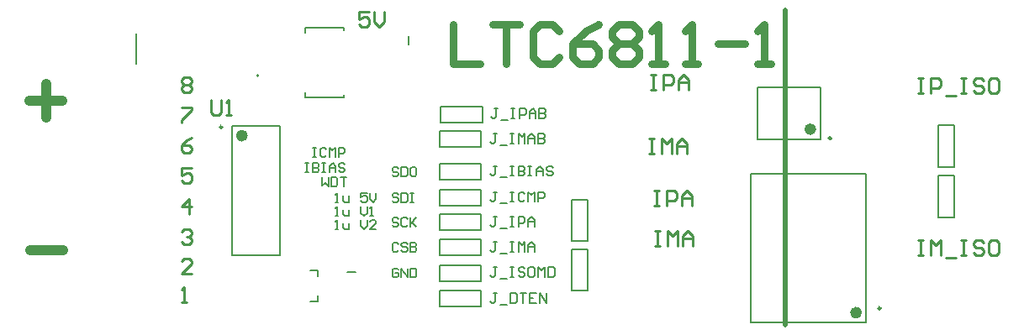
<source format=gto>
G04*
G04 #@! TF.GenerationSoftware,Altium Limited,Altium Designer,19.0.14 (431)*
G04*
G04 Layer_Color=65535*
%FSLAX25Y25*%
%MOIN*%
G70*
G01*
G75*
%ADD10C,0.00984*%
%ADD11C,0.02362*%
%ADD12C,0.00787*%
%ADD13C,0.01968*%
%ADD14C,0.00591*%
%ADD15C,0.00600*%
%ADD16C,0.03150*%
%ADD17C,0.03937*%
%ADD18C,0.01000*%
D10*
X122933Y119390D02*
G03*
X122933Y119390I-492J0D01*
G01*
X383957Y47412D02*
G03*
X383957Y47412I-492J0D01*
G01*
X364370Y114882D02*
G03*
X364370Y114882I-492J0D01*
G01*
D11*
X131890Y115945D02*
G03*
X131890Y115945I-1181J0D01*
G01*
X375394Y45680D02*
G03*
X375394Y45680I-1181J0D01*
G01*
X357283Y118504D02*
G03*
X357283Y118504I-1181J0D01*
G01*
D12*
X137402Y139764D02*
G03*
X137402Y139764I-394J0D01*
G01*
X209449Y121260D02*
Y127559D01*
Y121260D02*
X225984D01*
Y127559D01*
X209449D02*
X225984D01*
X209055Y111417D02*
Y117717D01*
Y111417D02*
X225590D01*
Y117717D01*
X209055D02*
X225590D01*
X126772Y68307D02*
Y119882D01*
X145669Y68307D02*
Y119882D01*
X126772D02*
X145669D01*
X126772Y68307D02*
X145669D01*
X261417Y74016D02*
X267717D01*
Y90551D01*
X261417D02*
X267717D01*
X261417Y74016D02*
Y90551D01*
Y54331D02*
X267717D01*
Y70866D01*
X261417D02*
X267717D01*
X261417Y54331D02*
Y70866D01*
X378150Y41743D02*
Y100798D01*
X332480Y41743D02*
Y100798D01*
Y41743D02*
X378150D01*
X332480Y100798D02*
X378150D01*
X406693Y103543D02*
X412992D01*
Y120079D01*
X406693D02*
X412992D01*
X406693Y103543D02*
Y120079D01*
Y83465D02*
X412992D01*
Y100000D01*
X406693D02*
X412992D01*
X406693Y83465D02*
Y100000D01*
X209055Y58268D02*
Y64567D01*
Y58268D02*
X225590D01*
Y64567D01*
X209055D02*
X225590D01*
X209055Y48031D02*
Y54331D01*
Y48031D02*
X225590D01*
Y54331D01*
X209055D02*
X225590D01*
X209055Y78347D02*
Y84646D01*
Y78347D02*
X225590D01*
Y84646D01*
X209055D02*
X225590D01*
X209055Y68370D02*
Y74669D01*
Y68370D02*
X225590D01*
Y74669D01*
X209055D02*
X225590D01*
X209055Y88189D02*
Y94488D01*
Y88189D02*
X225590D01*
Y94488D01*
X209055D02*
X225590D01*
X209055Y98425D02*
Y104724D01*
Y98425D02*
X225590D01*
Y104724D01*
X209055D02*
X225590D01*
X335236Y135039D02*
X360039D01*
X335236Y114567D02*
X360039D01*
X335236D02*
Y135039D01*
X360039Y114567D02*
Y135039D01*
X232224Y126736D02*
X230912D01*
X231568D01*
Y123456D01*
X230912Y122800D01*
X230256D01*
X229600Y123456D01*
X233536Y122144D02*
X236160D01*
X237472Y126736D02*
X238783D01*
X238127D01*
Y122800D01*
X237472D01*
X238783D01*
X240751D02*
Y126736D01*
X242719D01*
X243375Y126080D01*
Y124768D01*
X242719Y124112D01*
X240751D01*
X244687Y122800D02*
Y125424D01*
X245999Y126736D01*
X247311Y125424D01*
Y122800D01*
Y124768D01*
X244687D01*
X248623Y126736D02*
Y122800D01*
X250591D01*
X251247Y123456D01*
Y124112D01*
X250591Y124768D01*
X248623D01*
X250591D01*
X251247Y125424D01*
Y126080D01*
X250591Y126736D01*
X248623D01*
X231824Y116836D02*
X230512D01*
X231168D01*
Y113556D01*
X230512Y112900D01*
X229856D01*
X229200Y113556D01*
X233136Y112244D02*
X235760D01*
X237071Y116836D02*
X238383D01*
X237727D01*
Y112900D01*
X237071D01*
X238383D01*
X240351D02*
Y116836D01*
X241663Y115524D01*
X242975Y116836D01*
Y112900D01*
X244287D02*
Y115524D01*
X245599Y116836D01*
X246911Y115524D01*
Y112900D01*
Y114868D01*
X244287D01*
X248223Y116836D02*
Y112900D01*
X250191D01*
X250847Y113556D01*
Y114212D01*
X250191Y114868D01*
X248223D01*
X250191D01*
X250847Y115524D01*
Y116180D01*
X250191Y116836D01*
X248223D01*
X231810Y63706D02*
X230499D01*
X231154D01*
Y60426D01*
X230499Y59770D01*
X229843D01*
X229187Y60426D01*
X233122Y59114D02*
X235746D01*
X237058Y63706D02*
X238370D01*
X237714D01*
Y59770D01*
X237058D01*
X238370D01*
X242962Y63050D02*
X242306Y63706D01*
X240994D01*
X240338Y63050D01*
Y62394D01*
X240994Y61738D01*
X242306D01*
X242962Y61082D01*
Y60426D01*
X242306Y59770D01*
X240994D01*
X240338Y60426D01*
X246241Y63706D02*
X244930D01*
X244274Y63050D01*
Y60426D01*
X244930Y59770D01*
X246241D01*
X246897Y60426D01*
Y63050D01*
X246241Y63706D01*
X248209Y59770D02*
Y63706D01*
X249521Y62394D01*
X250833Y63706D01*
Y59770D01*
X252145Y63706D02*
Y59770D01*
X254113D01*
X254769Y60426D01*
Y63050D01*
X254113Y63706D01*
X252145D01*
X231810Y83806D02*
X230499D01*
X231154D01*
Y80526D01*
X230499Y79870D01*
X229843D01*
X229187Y80526D01*
X233122Y79214D02*
X235746D01*
X237058Y83806D02*
X238370D01*
X237714D01*
Y79870D01*
X237058D01*
X238370D01*
X240338D02*
Y83806D01*
X242306D01*
X242962Y83150D01*
Y81838D01*
X242306Y81182D01*
X240338D01*
X244274Y79870D02*
Y82494D01*
X245585Y83806D01*
X246897Y82494D01*
Y79870D01*
Y81838D01*
X244274D01*
X231810Y73806D02*
X230499D01*
X231154D01*
Y70526D01*
X230499Y69870D01*
X229843D01*
X229187Y70526D01*
X233122Y69214D02*
X235746D01*
X237058Y73806D02*
X238370D01*
X237714D01*
Y69870D01*
X237058D01*
X238370D01*
X240338D02*
Y73806D01*
X241650Y72494D01*
X242962Y73806D01*
Y69870D01*
X244274D02*
Y72494D01*
X245585Y73806D01*
X246897Y72494D01*
Y69870D01*
Y71838D01*
X244274D01*
X231810Y93606D02*
X230499D01*
X231154D01*
Y90326D01*
X230499Y89670D01*
X229843D01*
X229187Y90326D01*
X233122Y89014D02*
X235746D01*
X237058Y93606D02*
X238370D01*
X237714D01*
Y89670D01*
X237058D01*
X238370D01*
X242962Y92950D02*
X242306Y93606D01*
X240994D01*
X240338Y92950D01*
Y90326D01*
X240994Y89670D01*
X242306D01*
X242962Y90326D01*
X244274Y89670D02*
Y93606D01*
X245585Y92294D01*
X246897Y93606D01*
Y89670D01*
X248209D02*
Y93606D01*
X250177D01*
X250833Y92950D01*
Y91638D01*
X250177Y90982D01*
X248209D01*
X231810Y103906D02*
X230499D01*
X231154D01*
Y100626D01*
X230499Y99970D01*
X229843D01*
X229187Y100626D01*
X233122Y99314D02*
X235746D01*
X237058Y103906D02*
X238370D01*
X237714D01*
Y99970D01*
X237058D01*
X238370D01*
X240338Y103906D02*
Y99970D01*
X242306D01*
X242962Y100626D01*
Y101282D01*
X242306Y101938D01*
X240338D01*
X242306D01*
X242962Y102594D01*
Y103250D01*
X242306Y103906D01*
X240338D01*
X244274D02*
X245585D01*
X244930D01*
Y99970D01*
X244274D01*
X245585D01*
X247553D02*
Y102594D01*
X248865Y103906D01*
X250177Y102594D01*
Y99970D01*
Y101938D01*
X247553D01*
X254113Y103250D02*
X253457Y103906D01*
X252145D01*
X251489Y103250D01*
Y102594D01*
X252145Y101938D01*
X253457D01*
X254113Y101282D01*
Y100626D01*
X253457Y99970D01*
X252145D01*
X251489Y100626D01*
X231810Y53506D02*
X230499D01*
X231154D01*
Y50226D01*
X230499Y49570D01*
X229843D01*
X229187Y50226D01*
X233122Y48914D02*
X235746D01*
X237058Y53506D02*
Y49570D01*
X239026D01*
X239682Y50226D01*
Y52850D01*
X239026Y53506D01*
X237058D01*
X240994D02*
X243618D01*
X242306D01*
Y49570D01*
X247553Y53506D02*
X244930D01*
Y49570D01*
X247553D01*
X244930Y51538D02*
X246241D01*
X248865Y49570D02*
Y53506D01*
X251489Y49570D01*
Y53506D01*
D13*
X346063Y165748D02*
X346063Y40945D01*
D14*
X172516Y61799D02*
X175665D01*
X196839Y152287D02*
Y155437D01*
X88976Y144488D02*
Y156299D01*
X157874Y50197D02*
X160689D01*
Y52362D01*
Y60236D02*
Y62402D01*
X157874D02*
X160689D01*
X155709Y131102D02*
Y133071D01*
Y131102D02*
X171063D01*
Y132087D01*
X155709Y156693D02*
Y158661D01*
X171063D01*
Y157677D02*
Y158661D01*
D15*
X192763Y72890D02*
X192163Y73490D01*
X190964D01*
X190364Y72890D01*
Y70491D01*
X190964Y69891D01*
X192163D01*
X192763Y70491D01*
X196362Y72890D02*
X195762Y73490D01*
X194562D01*
X193963Y72890D01*
Y72291D01*
X194562Y71691D01*
X195762D01*
X196362Y71091D01*
Y70491D01*
X195762Y69891D01*
X194562D01*
X193963Y70491D01*
X197561Y73490D02*
Y69891D01*
X199361D01*
X199961Y70491D01*
Y71091D01*
X199361Y71691D01*
X197561D01*
X199361D01*
X199961Y72291D01*
Y72890D01*
X199361Y73490D01*
X197561D01*
X192763Y102812D02*
X192163Y103411D01*
X190964D01*
X190364Y102812D01*
Y102212D01*
X190964Y101612D01*
X192163D01*
X192763Y101012D01*
Y100412D01*
X192163Y99813D01*
X190964D01*
X190364Y100412D01*
X193963Y103411D02*
Y99813D01*
X195762D01*
X196362Y100412D01*
Y102812D01*
X195762Y103411D01*
X193963D01*
X199361D02*
X198161D01*
X197561Y102812D01*
Y100412D01*
X198161Y99813D01*
X199361D01*
X199961Y100412D01*
Y102812D01*
X199361Y103411D01*
X192763Y92575D02*
X192163Y93175D01*
X190964D01*
X190364Y92575D01*
Y91976D01*
X190964Y91376D01*
X192163D01*
X192763Y90776D01*
Y90176D01*
X192163Y89576D01*
X190964D01*
X190364Y90176D01*
X193963Y93175D02*
Y89576D01*
X195762D01*
X196362Y90176D01*
Y92575D01*
X195762Y93175D01*
X193963D01*
X197561D02*
X198761D01*
X198161D01*
Y89576D01*
X197561D01*
X198761D01*
X192763Y82733D02*
X192163Y83333D01*
X190964D01*
X190364Y82733D01*
Y82133D01*
X190964Y81533D01*
X192163D01*
X192763Y80933D01*
Y80334D01*
X192163Y79734D01*
X190964D01*
X190364Y80334D01*
X196362Y82733D02*
X195762Y83333D01*
X194562D01*
X193963Y82733D01*
Y80334D01*
X194562Y79734D01*
X195762D01*
X196362Y80334D01*
X197561Y83333D02*
Y79734D01*
Y80933D01*
X199961Y83333D01*
X198161Y81533D01*
X199961Y79734D01*
X192763Y62654D02*
X192163Y63254D01*
X190964D01*
X190364Y62654D01*
Y60255D01*
X190964Y59655D01*
X192163D01*
X192763Y60255D01*
Y61454D01*
X191563D01*
X193963Y59655D02*
Y63254D01*
X196362Y59655D01*
Y63254D01*
X197561D02*
Y59655D01*
X199361D01*
X199961Y60255D01*
Y62654D01*
X199361Y63254D01*
X197561D01*
X155862Y104996D02*
X157062D01*
X156462D01*
Y101397D01*
X155862D01*
X157062D01*
X158861Y104996D02*
Y101397D01*
X160661D01*
X161260Y101997D01*
Y102596D01*
X160661Y103196D01*
X158861D01*
X160661D01*
X161260Y103796D01*
Y104396D01*
X160661Y104996D01*
X158861D01*
X162460D02*
X163660D01*
X163060D01*
Y101397D01*
X162460D01*
X163660D01*
X165459D02*
Y103796D01*
X166659Y104996D01*
X167858Y103796D01*
Y101397D01*
Y103196D01*
X165459D01*
X171457Y104396D02*
X170857Y104996D01*
X169658D01*
X169058Y104396D01*
Y103796D01*
X169658Y103196D01*
X170857D01*
X171457Y102596D01*
Y101997D01*
X170857Y101397D01*
X169658D01*
X169058Y101997D01*
X162633Y99563D02*
X162598Y95965D01*
X163809Y97153D01*
X164997Y95942D01*
X165032Y99540D01*
X166231Y99529D02*
X166197Y95930D01*
X167997Y95913D01*
X168602Y96507D01*
X168625Y98906D01*
X168031Y99512D01*
X166231Y99529D01*
X169830Y99495D02*
X172229Y99472D01*
X171029Y99484D01*
X170995Y95885D01*
X158800Y111199D02*
X160000D01*
X159400D01*
Y107600D01*
X158800D01*
X160000D01*
X164198Y110599D02*
X163599Y111199D01*
X162399D01*
X161799Y110599D01*
Y108200D01*
X162399Y107600D01*
X163599D01*
X164198Y108200D01*
X165398Y107600D02*
Y111199D01*
X166597Y109999D01*
X167797Y111199D01*
Y107600D01*
X168997D02*
Y111199D01*
X170796D01*
X171396Y110599D01*
Y109399D01*
X170796Y108800D01*
X168997D01*
X167770Y89570D02*
X168970D01*
X168370D01*
Y93169D01*
X167770Y92569D01*
X170769Y91969D02*
Y90170D01*
X171369Y89570D01*
X173168D01*
Y91969D01*
X180366Y93169D02*
X177967D01*
Y91369D01*
X179166Y91969D01*
X179766D01*
X180366Y91369D01*
Y90170D01*
X179766Y89570D01*
X178567D01*
X177967Y90170D01*
X181566Y93169D02*
Y90770D01*
X182765Y89570D01*
X183965Y90770D01*
Y93169D01*
X167770Y78870D02*
X168970D01*
X168370D01*
Y82469D01*
X167770Y81869D01*
X170769Y81269D02*
Y79470D01*
X171369Y78870D01*
X173168D01*
Y81269D01*
X177967Y82469D02*
Y80070D01*
X179166Y78870D01*
X180366Y80070D01*
Y82469D01*
X183965Y78870D02*
X181566D01*
X183965Y81269D01*
Y81869D01*
X183365Y82469D01*
X182165D01*
X181566Y81869D01*
X167770Y84070D02*
X168970D01*
X168370D01*
Y87669D01*
X167770Y87069D01*
X170769Y86469D02*
Y84670D01*
X171369Y84070D01*
X173168D01*
Y86469D01*
X177967Y87669D02*
Y85270D01*
X179166Y84070D01*
X180366Y85270D01*
Y87669D01*
X181566Y84070D02*
X182765D01*
X182165D01*
Y87669D01*
X181566Y87069D01*
D16*
X214567Y160231D02*
Y144488D01*
X225062D01*
X230310Y160231D02*
X240805D01*
X235558D01*
Y144488D01*
X256548Y157607D02*
X253924Y160231D01*
X248677D01*
X246053Y157607D01*
Y147112D01*
X248677Y144488D01*
X253924D01*
X256548Y147112D01*
X272291Y160231D02*
X267043Y157607D01*
X261796Y152360D01*
Y147112D01*
X264420Y144488D01*
X269667D01*
X272291Y147112D01*
Y149736D01*
X269667Y152360D01*
X261796D01*
X277539Y157607D02*
X280163Y160231D01*
X285410D01*
X288034Y157607D01*
Y154983D01*
X285410Y152360D01*
X288034Y149736D01*
Y147112D01*
X285410Y144488D01*
X280163D01*
X277539Y147112D01*
Y149736D01*
X280163Y152360D01*
X277539Y154983D01*
Y157607D01*
X280163Y152360D02*
X285410D01*
X293282Y144488D02*
X298529D01*
X295905D01*
Y160231D01*
X293282Y157607D01*
X306401Y144488D02*
X311648D01*
X309025D01*
Y160231D01*
X306401Y157607D01*
X319520Y152360D02*
X330015D01*
X335263Y144488D02*
X340510D01*
X337887D01*
Y160231D01*
X335263Y157607D01*
D17*
X46457Y129788D02*
X59576D01*
X53016Y136347D02*
Y123228D01*
X46850Y70469D02*
X59970D01*
D18*
X118600Y129998D02*
Y125000D01*
X119600Y124000D01*
X121599D01*
X122599Y125000D01*
Y129998D01*
X124598Y124000D02*
X126597D01*
X125598D01*
Y129998D01*
X124598Y128998D01*
X294170Y93968D02*
X296169D01*
X295170D01*
Y87970D01*
X294170D01*
X296169D01*
X299168D02*
Y93968D01*
X302168D01*
X303167Y92968D01*
Y90969D01*
X302168Y89969D01*
X299168D01*
X305167Y87970D02*
Y91969D01*
X307166Y93968D01*
X309165Y91969D01*
Y87970D01*
Y90969D01*
X305167D01*
X294570Y78168D02*
X296569D01*
X295570D01*
Y72170D01*
X294570D01*
X296569D01*
X299569D02*
Y78168D01*
X301568Y76169D01*
X303567Y78168D01*
Y72170D01*
X305567D02*
Y76169D01*
X307566Y78168D01*
X309565Y76169D01*
Y72170D01*
Y75169D01*
X305567D01*
X181269Y165268D02*
X177270D01*
Y162269D01*
X179269Y163269D01*
X180269D01*
X181269Y162269D01*
Y160270D01*
X180269Y159270D01*
X178270D01*
X177270Y160270D01*
X183268Y165268D02*
Y161269D01*
X185267Y159270D01*
X187267Y161269D01*
Y165268D01*
X106757Y49692D02*
X108756D01*
X107756D01*
Y55690D01*
X106757Y54690D01*
X110701Y61180D02*
X106702D01*
X110701Y65178D01*
Y66178D01*
X109701Y67178D01*
X107702D01*
X106702Y66178D01*
Y77778D02*
X107702Y78778D01*
X109701D01*
X110701Y77778D01*
Y76778D01*
X109701Y75779D01*
X108702D01*
X109701D01*
X110701Y74779D01*
Y73779D01*
X109701Y72780D01*
X107702D01*
X106702Y73779D01*
X109701Y84780D02*
Y90778D01*
X106702Y87779D01*
X110701D01*
Y103078D02*
X106702D01*
Y100078D01*
X108702Y101078D01*
X109701D01*
X110701Y100078D01*
Y98079D01*
X109701Y97079D01*
X107702D01*
X106702Y98079D01*
X110701Y115278D02*
X108702Y114278D01*
X106702Y112278D01*
Y110279D01*
X107702Y109280D01*
X109701D01*
X110701Y110279D01*
Y111279D01*
X109701Y112278D01*
X106702D01*
Y127178D02*
X110701D01*
Y126178D01*
X106702Y122179D01*
Y121179D01*
Y138278D02*
X107702Y139278D01*
X109701D01*
X110701Y138278D01*
Y137278D01*
X109701Y136278D01*
X110701Y135279D01*
Y134279D01*
X109701Y133280D01*
X107702D01*
X106702Y134279D01*
Y135279D01*
X107702Y136278D01*
X106702Y137278D01*
Y138278D01*
X107702Y136278D02*
X109701D01*
X292913Y140250D02*
X294913D01*
X293913D01*
Y134252D01*
X292913D01*
X294913D01*
X297912D02*
Y140250D01*
X300911D01*
X301910Y139250D01*
Y137251D01*
X300911Y136251D01*
X297912D01*
X303910Y134252D02*
Y138251D01*
X305909Y140250D01*
X307909Y138251D01*
Y134252D01*
Y137251D01*
X303910D01*
X398819Y74502D02*
X400818D01*
X399819D01*
Y68504D01*
X398819D01*
X400818D01*
X403817D02*
Y74502D01*
X405817Y72503D01*
X407816Y74502D01*
Y68504D01*
X409815Y67504D02*
X413814D01*
X415813Y74502D02*
X417813D01*
X416813D01*
Y68504D01*
X415813D01*
X417813D01*
X424811Y73502D02*
X423811Y74502D01*
X421811D01*
X420812Y73502D01*
Y72503D01*
X421811Y71503D01*
X423811D01*
X424811Y70503D01*
Y69504D01*
X423811Y68504D01*
X421811D01*
X420812Y69504D01*
X429809Y74502D02*
X427809D01*
X426810Y73502D01*
Y69504D01*
X427809Y68504D01*
X429809D01*
X430809Y69504D01*
Y73502D01*
X429809Y74502D01*
X292126Y114660D02*
X294125D01*
X293126D01*
Y108661D01*
X292126D01*
X294125D01*
X297124D02*
Y114660D01*
X299124Y112660D01*
X301123Y114660D01*
Y108661D01*
X303122D02*
Y112660D01*
X305122Y114660D01*
X307121Y112660D01*
Y108661D01*
Y111660D01*
X303122D01*
X398819Y138675D02*
X400818D01*
X399819D01*
Y132677D01*
X398819D01*
X400818D01*
X403817D02*
Y138675D01*
X406816D01*
X407816Y137675D01*
Y135676D01*
X406816Y134677D01*
X403817D01*
X409815Y131677D02*
X413814D01*
X415813Y138675D02*
X417813D01*
X416813D01*
Y132677D01*
X415813D01*
X417813D01*
X424811Y137675D02*
X423811Y138675D01*
X421811D01*
X420812Y137675D01*
Y136676D01*
X421811Y135676D01*
X423811D01*
X424811Y134677D01*
Y133677D01*
X423811Y132677D01*
X421811D01*
X420812Y133677D01*
X429809Y138675D02*
X427809D01*
X426810Y137675D01*
Y133677D01*
X427809Y132677D01*
X429809D01*
X430809Y133677D01*
Y137675D01*
X429809Y138675D01*
M02*

</source>
